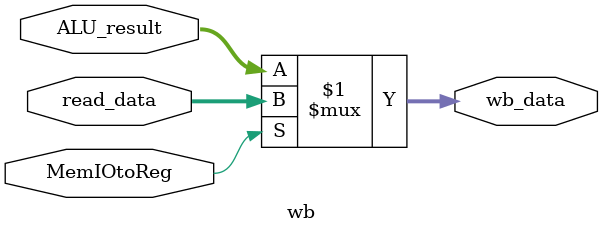
<source format=v>
`timescale 1ns / 1ps


module wb(
    input  [31:0]	read_data,		// ´ÓDATA RAM or I/O portÈ¡³öµÄÊý¾Ý
    input  [31:0]   ALU_result,     // ´ÓÖ´ÐÐµ¥ÔªÀ´µÄÔËËãµÄ½á¹û£¬ÐèÒªÀ©Õ¹Á¢¼´Êýµ½32Î»
    input           MemIOtoReg,        
    output [31:0]   wb_data
    );
    
    assign wb_data = MemIOtoReg ? read_data : ALU_result;
    
endmodule

</source>
